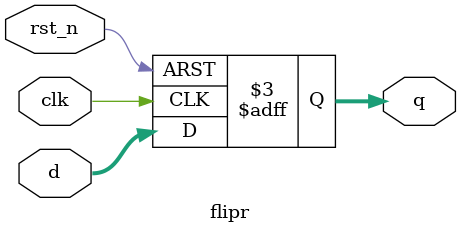
<source format=v>
module flipr #(parameter WIDTH = 8)(
			input  clk, rst_n,
			input  [WIDTH-1:0] d,
			output reg [WIDTH-1:0] q);

			always @(posedge clk, negedge rst_n) begin 
				if (!rst_n) 
					q <= 0;
				else
					q <= d;
			end 

endmodule

</source>
